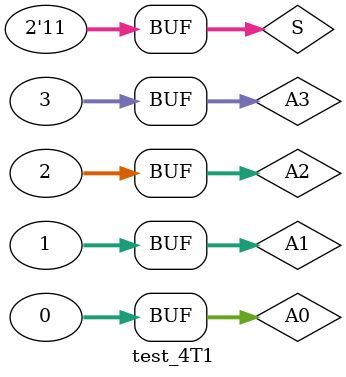
<source format=v>
`timescale 1ns / 1ps


module test_4T1;

	// Inputs
	reg [31:0] A0;
	reg [31:0] A1;
	reg [31:0] A2;
	reg [31:0] A3;
	reg [1:0] S;

	// Outputs
	wire [31:0] C;

	// Instantiate the Unit Under Test (UUT)
	MUX4T1_32 uut (
		.A0(A0), 
		.A1(A1), 
		.A2(A2), 
		.A3(A3), 
		.S(S), 
		.C(C)
	);

	initial begin
		// Initialize Inputs
		A0 = 0;
		A1 = 1;
		A2 = 2;
		A3 = 3;
		S = 0;

		// Wait 100 ns for global reset to finish
		#100;
       S=1;
		 #100;
		 S=2;
		 #100;
		 S=3;
		 #100;
		// Add stimulus here

	end
      
endmodule


</source>
